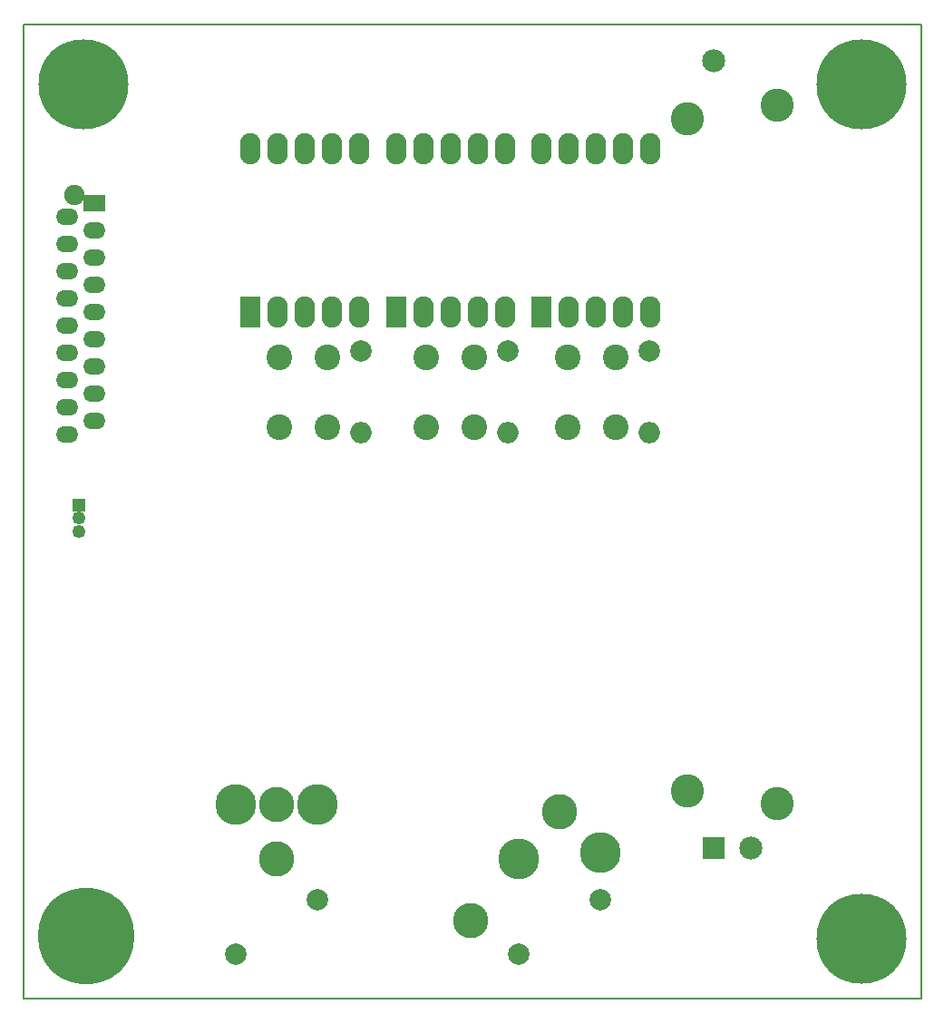
<source format=gbr>
G04 #@! TF.GenerationSoftware,KiCad,Pcbnew,5.1.5-52549c5~84~ubuntu18.04.1*
G04 #@! TF.CreationDate,2020-01-17T22:36:35+01:00*
G04 #@! TF.ProjectId,VFD,5646442e-6b69-4636-9164-5f7063625858,rev?*
G04 #@! TF.SameCoordinates,Original*
G04 #@! TF.FileFunction,Soldermask,Bot*
G04 #@! TF.FilePolarity,Negative*
%FSLAX46Y46*%
G04 Gerber Fmt 4.6, Leading zero omitted, Abs format (unit mm)*
G04 Created by KiCad (PCBNEW 5.1.5-52549c5~84~ubuntu18.04.1) date 2020-01-17 22:36:35*
%MOMM*%
%LPD*%
G04 APERTURE LIST*
%ADD10C,0.150000*%
%ADD11R,1.924000X2.924000*%
%ADD12O,1.924000X2.924000*%
%ADD13C,3.800000*%
%ADD14C,3.300000*%
%ADD15C,2.000000*%
%ADD16R,2.100000X1.520000*%
%ADD17O,2.100000X1.520000*%
%ADD18C,1.900000*%
%ADD19C,2.400000*%
%ADD20C,3.100000*%
%ADD21C,2.150000*%
%ADD22R,2.150000X2.150000*%
%ADD23O,2.000000X2.000000*%
%ADD24C,1.300000*%
%ADD25C,8.400000*%
%ADD26C,9.000000*%
%ADD27C,1.250000*%
%ADD28R,1.250000X1.250000*%
G04 APERTURE END LIST*
D10*
X283337000Y-34036000D02*
X283337000Y-124968000D01*
X199517000Y-34036000D02*
X283337000Y-34036000D01*
X199517000Y-124968000D02*
X199517000Y-34036000D01*
X283337000Y-124968000D02*
X199517000Y-124968000D01*
D11*
X234315000Y-60833000D03*
D12*
X236855000Y-60833000D03*
X239395000Y-60833000D03*
X241935000Y-60833000D03*
X244475000Y-60833000D03*
X244475000Y-45593000D03*
X241935000Y-45593000D03*
X239395000Y-45593000D03*
X236855000Y-45593000D03*
X234315000Y-45593000D03*
D11*
X220726000Y-60833000D03*
D12*
X223266000Y-60833000D03*
X225806000Y-60833000D03*
X228346000Y-60833000D03*
X230886000Y-60833000D03*
X230886000Y-45593000D03*
X228346000Y-45593000D03*
X225806000Y-45593000D03*
X223266000Y-45593000D03*
X220726000Y-45593000D03*
D13*
X219329000Y-106870500D03*
X226949000Y-106870500D03*
D14*
X223139000Y-106870500D03*
D15*
X219329000Y-120840500D03*
X226949000Y-115760500D03*
D14*
X223139000Y-111950500D03*
D16*
X206121000Y-50673000D03*
D17*
X203581000Y-51943000D03*
X206121000Y-53213000D03*
X203581000Y-54483000D03*
X206121000Y-55753000D03*
X203581000Y-57023000D03*
X206121000Y-58293000D03*
X203581000Y-59563000D03*
X206121000Y-60833000D03*
X203581000Y-62103000D03*
X206121000Y-63373000D03*
X203581000Y-64643000D03*
X206121000Y-65913000D03*
X203581000Y-67183000D03*
X206121000Y-68453000D03*
X203581000Y-69723000D03*
X206121000Y-70993000D03*
X203581000Y-72263000D03*
D18*
X204321000Y-49908000D03*
D19*
X237109000Y-65128000D03*
X241609000Y-65128000D03*
X237109000Y-71628000D03*
X241609000Y-71628000D03*
X250317000Y-65128000D03*
X254817000Y-65128000D03*
X250317000Y-71628000D03*
X254817000Y-71628000D03*
D13*
X245745000Y-111950500D03*
X253365000Y-111315500D03*
D14*
X249555000Y-107500500D03*
D15*
X245745000Y-120840500D03*
X253365000Y-115760500D03*
D14*
X241305000Y-117670500D03*
D20*
X269919500Y-41584500D03*
X269919500Y-106784500D03*
X261519500Y-42784500D03*
X261519500Y-105584500D03*
D21*
X263969500Y-37434500D03*
X267469500Y-110934500D03*
D22*
X263969500Y-110934500D03*
D23*
X257937000Y-72136000D03*
D15*
X257937000Y-64516000D03*
D23*
X244729000Y-72136000D03*
D15*
X244729000Y-64516000D03*
D23*
X231013000Y-72136000D03*
D15*
X231013000Y-64516000D03*
D24*
X279870320Y-117258680D03*
X277749000Y-116380000D03*
X275627680Y-117258680D03*
X274749000Y-119380000D03*
X275627680Y-121501320D03*
X277749000Y-122380000D03*
X279870320Y-121501320D03*
X280749000Y-119380000D03*
D25*
X277749000Y-119380000D03*
D24*
X279870320Y-37502680D03*
X277749000Y-36624000D03*
X275627680Y-37502680D03*
X274749000Y-39624000D03*
X275627680Y-41745320D03*
X277749000Y-42624000D03*
X279870320Y-41745320D03*
X280749000Y-39624000D03*
D25*
X277749000Y-39624000D03*
D24*
X207226320Y-37502680D03*
X205105000Y-36624000D03*
X202983680Y-37502680D03*
X202105000Y-39624000D03*
X202983680Y-41745320D03*
X205105000Y-42624000D03*
X207226320Y-41745320D03*
X208105000Y-39624000D03*
D25*
X205105000Y-39624000D03*
D26*
X205359000Y-119126000D03*
D24*
X208584000Y-119126000D03*
X207639419Y-121406419D03*
X205359000Y-122351000D03*
X203078581Y-121406419D03*
X202134000Y-119126000D03*
X203078581Y-116845581D03*
X205359000Y-115901000D03*
X207639419Y-116845581D03*
D27*
X204724000Y-81367000D03*
X204724000Y-80117000D03*
D28*
X204724000Y-78867000D03*
D19*
X223393000Y-65128000D03*
X227893000Y-65128000D03*
X223393000Y-71628000D03*
X227893000Y-71628000D03*
D11*
X247904000Y-60833000D03*
D12*
X250444000Y-60833000D03*
X252984000Y-60833000D03*
X255524000Y-60833000D03*
X258064000Y-60833000D03*
X258064000Y-45593000D03*
X255524000Y-45593000D03*
X252984000Y-45593000D03*
X250444000Y-45593000D03*
X247904000Y-45593000D03*
M02*

</source>
